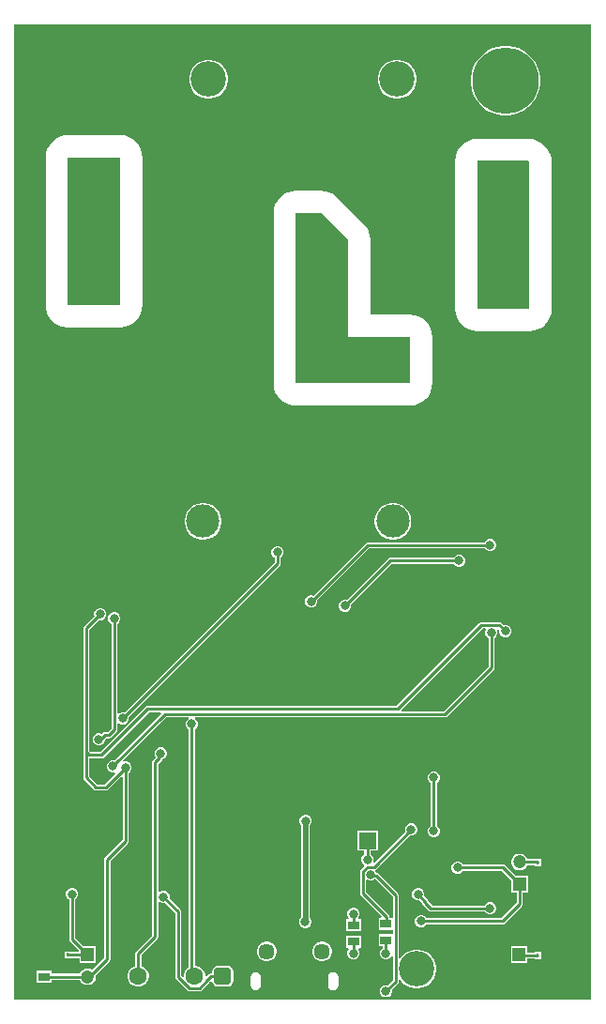
<source format=gbr>
G04*
G04 #@! TF.GenerationSoftware,Altium Limited,Altium Designer,24.6.1 (21)*
G04*
G04 Layer_Physical_Order=2*
G04 Layer_Color=16711680*
%FSLAX25Y25*%
%MOIN*%
G70*
G04*
G04 #@! TF.SameCoordinates,3E969972-8C0A-4DBC-9D31-E8772DB7AAD8*
G04*
G04*
G04 #@! TF.FilePolarity,Positive*
G04*
G01*
G75*
%ADD14C,0.01000*%
%ADD16C,0.01968*%
%ADD29R,0.06102X0.05906*%
%ADD32R,0.03937X0.03150*%
%ADD45C,0.05709*%
%ADD46R,0.04724X0.04724*%
%ADD47C,0.04724*%
%ADD48C,0.06299*%
G04:AMPARAMS|DCode=49|XSize=62.99mil|YSize=62.99mil|CornerRadius=15.75mil|HoleSize=0mil|Usage=FLASHONLY|Rotation=180.000|XOffset=0mil|YOffset=0mil|HoleType=Round|Shape=RoundedRectangle|*
%AMROUNDEDRECTD49*
21,1,0.06299,0.03150,0,0,180.0*
21,1,0.03150,0.06299,0,0,180.0*
1,1,0.03150,-0.01575,0.01575*
1,1,0.03150,0.01575,0.01575*
1,1,0.03150,0.01575,-0.01575*
1,1,0.03150,-0.01575,-0.01575*
%
%ADD49ROUNDEDRECTD49*%
%ADD50C,0.12598*%
%ADD51C,0.23622*%
%ADD52R,0.06102X0.06102*%
%ADD53C,0.06102*%
%ADD54C,0.11811*%
%ADD55C,0.03150*%
%ADD58R,0.00984X0.01417*%
%ADD59R,0.12795X0.04134*%
G36*
X457000Y188000D02*
X252000D01*
Y534500D01*
X457000D01*
Y188000D01*
D02*
G37*
%LPC*%
G36*
X388679Y521736D02*
X387321D01*
X385990Y521472D01*
X384736Y520952D01*
X383608Y520198D01*
X382648Y519238D01*
X381894Y518110D01*
X381375Y516856D01*
X381110Y515525D01*
Y514168D01*
X381375Y512837D01*
X381894Y511583D01*
X382648Y510455D01*
X383608Y509495D01*
X384736Y508741D01*
X385990Y508221D01*
X387321Y507957D01*
X388679D01*
X390010Y508221D01*
X391264Y508741D01*
X392392Y509495D01*
X393352Y510455D01*
X394106Y511583D01*
X394625Y512837D01*
X394890Y514168D01*
Y515525D01*
X394625Y516856D01*
X394106Y518110D01*
X393352Y519238D01*
X392392Y520198D01*
X391264Y520952D01*
X390010Y521472D01*
X388679Y521736D01*
D02*
G37*
G36*
X321679D02*
X320321D01*
X318990Y521472D01*
X317737Y520952D01*
X316608Y520198D01*
X315648Y519238D01*
X314894Y518110D01*
X314375Y516856D01*
X314110Y515525D01*
Y514168D01*
X314375Y512837D01*
X314894Y511583D01*
X315648Y510455D01*
X316608Y509495D01*
X317737Y508741D01*
X318990Y508221D01*
X320321Y507957D01*
X321679D01*
X323010Y508221D01*
X324264Y508741D01*
X325392Y509495D01*
X326352Y510455D01*
X327106Y511583D01*
X327625Y512837D01*
X327890Y514168D01*
Y515525D01*
X327625Y516856D01*
X327106Y518110D01*
X326352Y519238D01*
X325392Y520198D01*
X324264Y520952D01*
X323010Y521472D01*
X321679Y521736D01*
D02*
G37*
G36*
X427476Y526748D02*
X425524D01*
X423596Y526443D01*
X421739Y525840D01*
X420000Y524953D01*
X418421Y523806D01*
X417041Y522426D01*
X415893Y520846D01*
X415007Y519107D01*
X414404Y517250D01*
X414098Y515322D01*
Y513370D01*
X414404Y511442D01*
X415007Y509586D01*
X415893Y507847D01*
X417041Y506267D01*
X418421Y504887D01*
X420000Y503740D01*
X421739Y502853D01*
X423596Y502250D01*
X425524Y501945D01*
X427476D01*
X429404Y502250D01*
X431260Y502853D01*
X433000Y503740D01*
X434579Y504887D01*
X435959Y506267D01*
X437107Y507847D01*
X437993Y509586D01*
X438596Y511442D01*
X438902Y513370D01*
Y515322D01*
X438596Y517250D01*
X437993Y519107D01*
X437107Y520846D01*
X435959Y522426D01*
X434579Y523806D01*
X433000Y524953D01*
X431260Y525840D01*
X429404Y526443D01*
X427476Y526748D01*
D02*
G37*
G36*
X289500Y495009D02*
X271000D01*
X269456Y494857D01*
X267972Y494406D01*
X266604Y493675D01*
X265405Y492691D01*
X264421Y491492D01*
X263690Y490124D01*
X263240Y488640D01*
X263088Y487097D01*
Y435058D01*
X263088Y435058D01*
X263088Y435058D01*
X263088Y434653D01*
X263118Y434349D01*
X263111Y434043D01*
X263194Y433579D01*
X263240Y433110D01*
X263329Y432817D01*
X263382Y432516D01*
X263553Y432077D01*
X263690Y431626D01*
X263835Y431356D01*
X263946Y431071D01*
X264199Y430673D01*
X264421Y430258D01*
X264616Y430021D01*
X264780Y429763D01*
X265106Y429423D01*
X265405Y429059D01*
X265642Y428864D01*
X265854Y428644D01*
X266240Y428374D01*
X266604Y428075D01*
X266874Y427930D01*
X267125Y427755D01*
X267557Y427566D01*
X267972Y427344D01*
X268265Y427255D01*
X268545Y427132D01*
X269005Y427030D01*
X269457Y426893D01*
X269761Y426863D01*
X270060Y426797D01*
X270536Y426740D01*
X271007Y426730D01*
X271476Y426684D01*
X289500D01*
X291044Y426836D01*
X292528Y427287D01*
X293896Y428018D01*
X295095Y429002D01*
X296079Y430201D01*
X296810Y431569D01*
X297260Y433053D01*
X297412Y434596D01*
Y487097D01*
X297260Y488640D01*
X296810Y490124D01*
X296079Y491492D01*
X295095Y492691D01*
X293896Y493675D01*
X292528Y494406D01*
X291044Y494857D01*
X289500Y495009D01*
D02*
G37*
G36*
X434524Y493759D02*
X416500Y493759D01*
X414956Y493607D01*
X413472Y493156D01*
X412104Y492425D01*
X410905Y491441D01*
X409921Y490242D01*
X409190Y488874D01*
X408740Y487390D01*
X408588Y485847D01*
X408588Y433347D01*
X408740Y431803D01*
X409190Y430319D01*
X409921Y428951D01*
X410905Y427752D01*
X412104Y426768D01*
X413472Y426037D01*
X414956Y425586D01*
X416500Y425434D01*
X435000D01*
X436544Y425586D01*
X438028Y426037D01*
X439396Y426768D01*
X440595Y427752D01*
X441579Y428951D01*
X442310Y430319D01*
X442760Y431803D01*
X442912Y433347D01*
Y485347D01*
X442845Y486024D01*
X442795Y486702D01*
X442769Y486795D01*
X442760Y486890D01*
X442563Y487541D01*
X442381Y488197D01*
X442338Y488282D01*
X442310Y488374D01*
X441989Y488974D01*
X441683Y489582D01*
X441624Y489657D01*
X441579Y489742D01*
X441147Y490268D01*
X440728Y490804D01*
X440252Y491304D01*
X440179Y491367D01*
X440118Y491441D01*
X439593Y491873D01*
X439077Y492317D01*
X438994Y492364D01*
X438919Y492425D01*
X438319Y492746D01*
X437727Y493081D01*
X437636Y493111D01*
X437551Y493156D01*
X436900Y493354D01*
X436254Y493567D01*
X436159Y493579D01*
X436067Y493607D01*
X435390Y493673D01*
X434715Y493756D01*
X434619Y493749D01*
X434524Y493759D01*
D02*
G37*
G36*
X361000Y475259D02*
X352000D01*
X350456Y475106D01*
X348972Y474656D01*
X347604Y473925D01*
X346405Y472941D01*
X345421Y471742D01*
X344690Y470374D01*
X344240Y468890D01*
X344088Y467346D01*
Y406847D01*
X344240Y405303D01*
X344690Y403819D01*
X345421Y402451D01*
X346405Y401252D01*
X347604Y400268D01*
X348972Y399537D01*
X350456Y399086D01*
X352000Y398934D01*
X392500D01*
X394044Y399086D01*
X395528Y399537D01*
X396896Y400268D01*
X398095Y401252D01*
X399079Y402451D01*
X399810Y403819D01*
X400260Y405303D01*
X400412Y406847D01*
Y423347D01*
X400260Y424890D01*
X399810Y426374D01*
X399079Y427742D01*
X398095Y428941D01*
X396896Y429925D01*
X395528Y430656D01*
X394044Y431107D01*
X392500Y431259D01*
X378412D01*
Y457846D01*
X378260Y459390D01*
X377810Y460874D01*
X377079Y462242D01*
X376095Y463441D01*
X366595Y472941D01*
X365396Y473925D01*
X364028Y474656D01*
X362544Y475106D01*
X361000Y475259D01*
D02*
G37*
G36*
X387140Y364342D02*
X385860D01*
X384605Y364093D01*
X383423Y363603D01*
X382359Y362892D01*
X381454Y361987D01*
X380743Y360924D01*
X380254Y359741D01*
X380004Y358486D01*
Y357207D01*
X380254Y355952D01*
X380743Y354769D01*
X381454Y353706D01*
X382359Y352801D01*
X383423Y352090D01*
X384605Y351600D01*
X385860Y351350D01*
X387140D01*
X388395Y351600D01*
X389577Y352090D01*
X390641Y352801D01*
X391546Y353706D01*
X392257Y354769D01*
X392746Y355952D01*
X392996Y357207D01*
Y358486D01*
X392746Y359741D01*
X392257Y360924D01*
X391546Y361987D01*
X390641Y362892D01*
X389577Y363603D01*
X388395Y364093D01*
X387140Y364342D01*
D02*
G37*
G36*
X319640D02*
X318360D01*
X317105Y364093D01*
X315923Y363603D01*
X314859Y362892D01*
X313954Y361987D01*
X313243Y360924D01*
X312754Y359741D01*
X312504Y358486D01*
Y357207D01*
X312754Y355952D01*
X313243Y354769D01*
X313954Y353706D01*
X314859Y352801D01*
X315923Y352090D01*
X317105Y351600D01*
X318360Y351350D01*
X319640D01*
X320895Y351600D01*
X322077Y352090D01*
X323141Y352801D01*
X324046Y353706D01*
X324757Y354769D01*
X325246Y355952D01*
X325496Y357207D01*
Y358486D01*
X325246Y359741D01*
X324757Y360924D01*
X324046Y361987D01*
X323141Y362892D01*
X322077Y363603D01*
X320895Y364093D01*
X319640Y364342D01*
D02*
G37*
G36*
X421431Y351512D02*
X420569D01*
X419773Y351182D01*
X419164Y350573D01*
X419117Y350458D01*
X377500D01*
X377075Y350374D01*
X376714Y350133D01*
X358045Y331464D01*
X357931Y331512D01*
X357069D01*
X356273Y331182D01*
X355664Y330573D01*
X355335Y329777D01*
Y328916D01*
X355664Y328120D01*
X356273Y327511D01*
X357069Y327181D01*
X357931D01*
X358727Y327511D01*
X359336Y328120D01*
X359665Y328916D01*
Y329777D01*
X359618Y329892D01*
X377961Y348235D01*
X419117D01*
X419164Y348120D01*
X419773Y347511D01*
X420569Y347181D01*
X421431D01*
X422227Y347511D01*
X422836Y348120D01*
X423165Y348916D01*
Y349777D01*
X422836Y350573D01*
X422227Y351182D01*
X421431Y351512D01*
D02*
G37*
G36*
X410431Y346012D02*
X409569D01*
X408773Y345682D01*
X408164Y345073D01*
X408117Y344958D01*
X385500D01*
X385500Y344958D01*
X385074Y344874D01*
X384714Y344633D01*
X384714Y344633D01*
X370045Y329964D01*
X369931Y330012D01*
X369069D01*
X368273Y329682D01*
X367664Y329073D01*
X367335Y328277D01*
Y327416D01*
X367664Y326620D01*
X368273Y326011D01*
X369069Y325681D01*
X369931D01*
X370727Y326011D01*
X371336Y326620D01*
X371665Y327416D01*
Y328277D01*
X371618Y328392D01*
X385961Y342735D01*
X408117D01*
X408164Y342620D01*
X408773Y342011D01*
X409569Y341681D01*
X410431D01*
X411227Y342011D01*
X411836Y342620D01*
X412165Y343416D01*
Y344277D01*
X411836Y345073D01*
X411227Y345682D01*
X410431Y346012D01*
D02*
G37*
G36*
X282931Y327012D02*
X282069D01*
X281273Y326682D01*
X280664Y326073D01*
X280335Y325277D01*
Y324416D01*
X280382Y324301D01*
X276714Y320633D01*
X276473Y320272D01*
X276388Y319847D01*
X276388Y319846D01*
Y275847D01*
X276388Y275847D01*
X276388Y275846D01*
Y266846D01*
X276388Y266846D01*
X276473Y266421D01*
X276714Y266060D01*
X280214Y262560D01*
X280214Y262560D01*
X280574Y262319D01*
X281000Y262234D01*
X281000Y262234D01*
X284500D01*
X284500Y262234D01*
X284926Y262319D01*
X285286Y262560D01*
X289926Y267200D01*
X290388Y267009D01*
Y244724D01*
X284214Y238550D01*
X283973Y238189D01*
X283888Y237764D01*
X283888Y237764D01*
Y202961D01*
X279561Y198634D01*
X279140Y198878D01*
X278389Y199079D01*
X277611D01*
X276860Y198878D01*
X276187Y198489D01*
X275637Y197939D01*
X275249Y197266D01*
X275241Y197238D01*
X265059D01*
Y198213D01*
X259941D01*
Y193882D01*
X265059D01*
Y195014D01*
X275241D01*
X275249Y194986D01*
X275637Y194313D01*
X276187Y193763D01*
X276860Y193375D01*
X277611Y193173D01*
X278389D01*
X279140Y193375D01*
X279813Y193763D01*
X280363Y194313D01*
X280751Y194986D01*
X280953Y195737D01*
Y196515D01*
X280875Y196803D01*
X285786Y201714D01*
X285786Y201714D01*
X286027Y202075D01*
X286112Y202500D01*
X286112Y202500D01*
Y237303D01*
X292286Y243478D01*
X292286Y243478D01*
X292527Y243838D01*
X292612Y244264D01*
X292612Y244264D01*
Y268463D01*
X292727Y268511D01*
X293336Y269120D01*
X293665Y269916D01*
Y270777D01*
X293336Y271573D01*
X292727Y272182D01*
X291931Y272512D01*
X291069D01*
X290857Y272424D01*
X290574Y272848D01*
X305961Y288234D01*
X313801D01*
X313900Y287735D01*
X313773Y287682D01*
X313164Y287073D01*
X312835Y286277D01*
Y285416D01*
X313164Y284620D01*
X313773Y284011D01*
X313888Y283963D01*
Y199446D01*
X313703Y199339D01*
X313007Y198643D01*
X312515Y197790D01*
X312260Y196839D01*
Y196370D01*
X311760Y196163D01*
X311352Y196570D01*
Y219260D01*
X311352Y219260D01*
X311267Y219685D01*
X311026Y220046D01*
X311026Y220046D01*
X307118Y223955D01*
X307165Y224069D01*
Y224931D01*
X306836Y225727D01*
X306227Y226336D01*
X305431Y226665D01*
X304569D01*
X303773Y226336D01*
X303612Y226174D01*
X303112Y226381D01*
Y271816D01*
X304375Y273079D01*
X304448Y273188D01*
X305227Y273511D01*
X305836Y274120D01*
X306165Y274916D01*
Y275777D01*
X305836Y276573D01*
X305227Y277182D01*
X304431Y277512D01*
X303569D01*
X302773Y277182D01*
X302164Y276573D01*
X301835Y275777D01*
Y274916D01*
X302164Y274120D01*
X302218Y274067D01*
X301214Y273063D01*
X300973Y272702D01*
X300888Y272276D01*
X300888Y272276D01*
Y210807D01*
X295214Y205133D01*
X294973Y204772D01*
X294888Y204346D01*
X294888Y204346D01*
Y199921D01*
X294556Y199832D01*
X293704Y199339D01*
X293007Y198643D01*
X292515Y197790D01*
X292260Y196839D01*
Y195854D01*
X292515Y194903D01*
X293007Y194050D01*
X293704Y193354D01*
X294556Y192861D01*
X295508Y192606D01*
X296492D01*
X297444Y192861D01*
X298296Y193354D01*
X298993Y194050D01*
X299485Y194903D01*
X299740Y195854D01*
Y196839D01*
X299485Y197790D01*
X298993Y198643D01*
X298296Y199339D01*
X297444Y199832D01*
X297112Y199921D01*
Y203886D01*
X302786Y209560D01*
X302786Y209560D01*
X303027Y209921D01*
X303112Y210347D01*
X303112Y210347D01*
Y222619D01*
X303612Y222826D01*
X303773Y222664D01*
X304569Y222335D01*
X305431D01*
X305545Y222382D01*
X309128Y218799D01*
Y196110D01*
X309128Y196110D01*
X309213Y195684D01*
X309454Y195324D01*
X313457Y191320D01*
X313818Y191079D01*
X314244Y190994D01*
X314244Y190994D01*
X317756D01*
X317756Y190994D01*
X318182Y191079D01*
X318543Y191320D01*
X321026Y193804D01*
X321026Y193804D01*
X321267Y194165D01*
X321275Y194202D01*
X321730Y194658D01*
X322273Y194493D01*
X322386Y193927D01*
X322864Y193210D01*
X323580Y192732D01*
X324425Y192564D01*
X327575D01*
X328420Y192732D01*
X329136Y193210D01*
X329614Y193927D01*
X329783Y194772D01*
Y197921D01*
X329614Y198766D01*
X329136Y199482D01*
X328420Y199961D01*
X327575Y200129D01*
X324425D01*
X323580Y199961D01*
X322864Y199482D01*
X322386Y198766D01*
X322217Y197921D01*
Y197766D01*
X321847Y197458D01*
X321421Y197374D01*
X321060Y197133D01*
X320240Y196313D01*
X319740Y196520D01*
Y196839D01*
X319485Y197790D01*
X318993Y198643D01*
X318297Y199339D01*
X317444Y199832D01*
X316492Y200087D01*
X316112D01*
Y283963D01*
X316227Y284011D01*
X316836Y284620D01*
X317165Y285416D01*
Y286277D01*
X316836Y287073D01*
X316227Y287682D01*
X316100Y287735D01*
X316199Y288234D01*
X405000D01*
X405000Y288234D01*
X405426Y288319D01*
X405786Y288560D01*
X422286Y305060D01*
X422286Y305060D01*
X422527Y305421D01*
X422612Y305847D01*
Y316463D01*
X422727Y316511D01*
X423336Y317120D01*
X423665Y317916D01*
Y318777D01*
X423540Y319080D01*
X423841Y319619D01*
X423984Y319640D01*
X424227Y319389D01*
X424335Y319259D01*
Y318416D01*
X424664Y317620D01*
X425273Y317011D01*
X426069Y316681D01*
X426931D01*
X427727Y317011D01*
X428336Y317620D01*
X428665Y318416D01*
Y319277D01*
X428336Y320073D01*
X427727Y320682D01*
X426931Y321012D01*
X426069D01*
X425942Y320959D01*
X425103Y321798D01*
X424743Y322039D01*
X424317Y322124D01*
X424317Y322124D01*
X417935D01*
X417935Y322124D01*
X417509Y322039D01*
X417148Y321798D01*
X387643Y292293D01*
X299335D01*
X299335Y292293D01*
X298909Y292208D01*
X298548Y291967D01*
X282539Y275958D01*
X278961D01*
X278612Y276307D01*
Y319386D01*
X281955Y322729D01*
X282069Y322681D01*
X282931D01*
X283727Y323011D01*
X284336Y323620D01*
X284665Y324416D01*
Y325277D01*
X284336Y326073D01*
X283727Y326682D01*
X282931Y327012D01*
D02*
G37*
G36*
X345931Y349012D02*
X345069D01*
X344273Y348682D01*
X343664Y348073D01*
X343335Y347277D01*
Y346416D01*
X343664Y345620D01*
X344273Y345011D01*
X344388Y344963D01*
Y343307D01*
X291045Y289964D01*
X290931Y290012D01*
X290069D01*
X289273Y289682D01*
X289112Y289521D01*
X288612Y289728D01*
Y321463D01*
X288727Y321511D01*
X289336Y322120D01*
X289665Y322916D01*
Y323777D01*
X289336Y324573D01*
X288727Y325182D01*
X287931Y325512D01*
X287069D01*
X286273Y325182D01*
X285664Y324573D01*
X285335Y323777D01*
Y322916D01*
X285664Y322120D01*
X286273Y321511D01*
X286388Y321463D01*
Y284307D01*
X285067Y282986D01*
X284109D01*
X284109Y282986D01*
X283684Y282902D01*
X283323Y282661D01*
X283323Y282661D01*
X282957Y282294D01*
X282431Y282512D01*
X281569D01*
X280773Y282182D01*
X280164Y281573D01*
X279835Y280777D01*
Y279916D01*
X280164Y279120D01*
X280773Y278511D01*
X281569Y278181D01*
X282431D01*
X283227Y278511D01*
X283836Y279120D01*
X284165Y279916D01*
Y280358D01*
X284570Y280762D01*
X285528D01*
X285528Y280762D01*
X285953Y280847D01*
X286314Y281088D01*
X288286Y283060D01*
X288527Y283421D01*
X288612Y283846D01*
X288612Y283846D01*
Y285965D01*
X289112Y286172D01*
X289273Y286011D01*
X290069Y285681D01*
X290931D01*
X291727Y286011D01*
X292336Y286620D01*
X292665Y287416D01*
Y288277D01*
X292618Y288392D01*
X346286Y342060D01*
X346286Y342060D01*
X346527Y342421D01*
X346612Y342846D01*
X346612Y342846D01*
Y344963D01*
X346727Y345011D01*
X347336Y345620D01*
X347665Y346416D01*
Y347277D01*
X347336Y348073D01*
X346727Y348682D01*
X345931Y349012D01*
D02*
G37*
G36*
X401431Y269012D02*
X400569D01*
X399773Y268682D01*
X399164Y268073D01*
X398835Y267277D01*
Y266416D01*
X399164Y265620D01*
X399773Y265011D01*
X399888Y264963D01*
Y249730D01*
X399773Y249682D01*
X399164Y249073D01*
X398835Y248277D01*
Y247416D01*
X399164Y246620D01*
X399773Y246011D01*
X400569Y245681D01*
X401431D01*
X402227Y246011D01*
X402836Y246620D01*
X403165Y247416D01*
Y248277D01*
X402836Y249073D01*
X402227Y249682D01*
X402112Y249730D01*
Y264963D01*
X402227Y265011D01*
X402836Y265620D01*
X403165Y266416D01*
Y267277D01*
X402836Y268073D01*
X402227Y268682D01*
X401431Y269012D01*
D02*
G37*
G36*
X393431Y250512D02*
X392569D01*
X391773Y250182D01*
X391164Y249573D01*
X390835Y248777D01*
Y247916D01*
X390882Y247801D01*
X379835Y236754D01*
X379411Y237037D01*
X379561Y237400D01*
Y238261D01*
X379232Y239057D01*
X378623Y239666D01*
X378508Y239714D01*
Y240913D01*
X381142D01*
Y248000D01*
X373858D01*
Y240913D01*
X376284D01*
Y239714D01*
X376169Y239666D01*
X375560Y239057D01*
X375231Y238261D01*
Y237400D01*
X375560Y236604D01*
X376058Y236107D01*
X376158Y235500D01*
X375048Y234390D01*
X374807Y234030D01*
X374723Y233604D01*
X374723Y233604D01*
Y225783D01*
X374723Y225783D01*
X374807Y225358D01*
X375048Y224997D01*
X382466Y217580D01*
X382274Y217118D01*
X381441D01*
Y212787D01*
X386388D01*
Y211213D01*
X381441D01*
Y206882D01*
X382788D01*
Y206342D01*
X382773Y206336D01*
X382164Y205727D01*
X381835Y204931D01*
Y204069D01*
X382164Y203273D01*
X382773Y202664D01*
X383569Y202335D01*
X384431D01*
X385227Y202664D01*
X385836Y203273D01*
X385888Y203400D01*
X386388Y203300D01*
Y194961D01*
X384545Y193118D01*
X384431Y193165D01*
X383569D01*
X382773Y192836D01*
X382164Y192227D01*
X381835Y191431D01*
Y190569D01*
X382164Y189773D01*
X382773Y189164D01*
X383569Y188835D01*
X384431D01*
X385227Y189164D01*
X385836Y189773D01*
X386165Y190569D01*
Y191431D01*
X386118Y191545D01*
X388286Y193714D01*
X388286Y193714D01*
X388527Y194074D01*
X388612Y194500D01*
X388612Y194500D01*
Y195106D01*
X389112Y195257D01*
X389648Y194455D01*
X390608Y193495D01*
X391737Y192741D01*
X392990Y192221D01*
X394321Y191957D01*
X395679D01*
X397010Y192221D01*
X398264Y192741D01*
X399392Y193495D01*
X400352Y194455D01*
X401106Y195583D01*
X401625Y196837D01*
X401890Y198168D01*
Y199525D01*
X401625Y200856D01*
X401106Y202110D01*
X400352Y203238D01*
X399392Y204198D01*
X398264Y204952D01*
X397010Y205471D01*
X395679Y205736D01*
X394321D01*
X392990Y205471D01*
X391737Y204952D01*
X390608Y204198D01*
X389648Y203238D01*
X389112Y202436D01*
X388612Y202587D01*
Y225000D01*
X388612Y225000D01*
X388527Y225426D01*
X388286Y225786D01*
X388286Y225786D01*
X381198Y232875D01*
X380837Y233116D01*
X380566Y233170D01*
X380363Y233662D01*
X380341Y233748D01*
X380476Y234293D01*
X380605Y234379D01*
X392455Y246229D01*
X392569Y246181D01*
X393431D01*
X394227Y246511D01*
X394836Y247120D01*
X395165Y247916D01*
Y248777D01*
X394836Y249573D01*
X394227Y250182D01*
X393431Y250512D01*
D02*
G37*
G36*
X431889Y239799D02*
X431111D01*
X430360Y239598D01*
X429687Y239209D01*
X429137Y238660D01*
X428749Y237986D01*
X428547Y237235D01*
Y236458D01*
X428749Y235707D01*
X429137Y235033D01*
X429687Y234484D01*
X430360Y234095D01*
X431111Y233894D01*
X431889D01*
X432640Y234095D01*
X433313Y234484D01*
X433863Y235033D01*
X434251Y235707D01*
X434259Y235735D01*
X436917D01*
Y235394D01*
X439083D01*
Y236546D01*
X439112Y236693D01*
Y236839D01*
X439112Y236839D01*
X439083Y236986D01*
Y237992D01*
X436917D01*
Y237958D01*
X434259D01*
X434251Y237986D01*
X433863Y238660D01*
X433313Y239209D01*
X432640Y239598D01*
X431889Y239799D01*
D02*
G37*
G36*
X395931Y227512D02*
X395069D01*
X394273Y227182D01*
X393664Y226573D01*
X393335Y225777D01*
Y224916D01*
X393664Y224120D01*
X394273Y223511D01*
X395069Y223181D01*
X395931D01*
X395943Y223186D01*
X396870Y222260D01*
X396928Y221965D01*
X397169Y221605D01*
X399214Y219560D01*
X399214Y219560D01*
X399574Y219319D01*
X400000Y219234D01*
X400000Y219234D01*
X419117D01*
X419164Y219120D01*
X419773Y218511D01*
X420569Y218181D01*
X421431D01*
X422227Y218511D01*
X422836Y219120D01*
X423165Y219916D01*
Y220777D01*
X422836Y221573D01*
X422227Y222182D01*
X421431Y222512D01*
X420569D01*
X419773Y222182D01*
X419164Y221573D01*
X419117Y221458D01*
X400461D01*
X399042Y222877D01*
X398983Y223172D01*
X398742Y223533D01*
X398742Y223533D01*
X397576Y224699D01*
X397665Y224916D01*
Y225777D01*
X397336Y226573D01*
X396727Y227182D01*
X395931Y227512D01*
D02*
G37*
G36*
X409931Y237012D02*
X409069D01*
X408273Y236682D01*
X407664Y236073D01*
X407335Y235277D01*
Y234416D01*
X407664Y233620D01*
X408273Y233011D01*
X409069Y232681D01*
X409931D01*
X410727Y233011D01*
X411336Y233620D01*
X411383Y233734D01*
X425165D01*
X428547Y230353D01*
Y226020D01*
X430388D01*
Y224564D01*
X430388Y224564D01*
X430473Y224139D01*
X430474Y224137D01*
Y222393D01*
X425039Y216958D01*
X398383D01*
X398336Y217073D01*
X397727Y217682D01*
X396931Y218012D01*
X396069D01*
X395273Y217682D01*
X394664Y217073D01*
X394335Y216277D01*
Y215416D01*
X394664Y214620D01*
X395273Y214011D01*
X396069Y213681D01*
X396931D01*
X397727Y214011D01*
X398336Y214620D01*
X398383Y214735D01*
X425500D01*
X425500Y214735D01*
X425925Y214819D01*
X426286Y215060D01*
X432372Y221146D01*
X432372Y221146D01*
X432613Y221507D01*
X432698Y221932D01*
X432698Y221932D01*
Y224478D01*
X432698Y224478D01*
X432613Y224904D01*
X432612Y224906D01*
Y226020D01*
X434453D01*
Y231925D01*
X430120D01*
X426412Y235633D01*
X426052Y235874D01*
X425626Y235958D01*
X425626Y235958D01*
X411383D01*
X411336Y236073D01*
X410727Y236682D01*
X409931Y237012D01*
D02*
G37*
G36*
X355931Y253665D02*
X355069D01*
X354273Y253336D01*
X353664Y252727D01*
X353335Y251931D01*
Y251069D01*
X353664Y250273D01*
X353812Y250125D01*
Y217202D01*
X353501Y216890D01*
X353171Y216094D01*
Y215233D01*
X353501Y214437D01*
X354110Y213828D01*
X354906Y213498D01*
X355767D01*
X356563Y213828D01*
X357172Y214437D01*
X357502Y215233D01*
Y216094D01*
X357172Y216890D01*
X357024Y217038D01*
Y249961D01*
X357336Y250273D01*
X357665Y251069D01*
Y251931D01*
X357336Y252727D01*
X356727Y253336D01*
X355931Y253665D01*
D02*
G37*
G36*
X372931Y220665D02*
X372069D01*
X371273Y220336D01*
X370664Y219727D01*
X370335Y218931D01*
Y218069D01*
X370664Y217273D01*
X370820Y217118D01*
X370613Y216618D01*
X369941D01*
Y212287D01*
X375059D01*
Y216618D01*
X374388D01*
X374180Y217118D01*
X374336Y217273D01*
X374665Y218069D01*
Y218931D01*
X374336Y219727D01*
X373727Y220336D01*
X372931Y220665D01*
D02*
G37*
G36*
X272931Y227665D02*
X272069D01*
X271273Y227336D01*
X270664Y226727D01*
X270335Y225931D01*
Y225069D01*
X270664Y224273D01*
X271273Y223664D01*
X271388Y223617D01*
Y209500D01*
X271388Y209500D01*
X271473Y209074D01*
X271714Y208714D01*
X274969Y205458D01*
X274859Y204958D01*
X272083D01*
Y205146D01*
X269917D01*
Y203994D01*
X269888Y203847D01*
X269917Y203699D01*
Y202547D01*
X272083D01*
Y202734D01*
X275047D01*
Y201047D01*
X280953D01*
Y206953D01*
X276620D01*
X273612Y209961D01*
Y223617D01*
X273727Y223664D01*
X274336Y224273D01*
X274665Y225069D01*
Y225931D01*
X274336Y226727D01*
X273727Y227336D01*
X272931Y227665D01*
D02*
G37*
G36*
X434307Y206862D02*
X428402D01*
Y200957D01*
X434307D01*
Y202581D01*
X436917D01*
Y202394D01*
X439083D01*
Y203546D01*
X439112Y203693D01*
X439083Y203840D01*
Y204992D01*
X436917D01*
Y204805D01*
X434307D01*
Y206862D01*
D02*
G37*
G36*
X375059Y210713D02*
X369941D01*
Y206382D01*
X370613D01*
X370820Y205882D01*
X370664Y205727D01*
X370335Y204931D01*
Y204069D01*
X370664Y203273D01*
X371273Y202664D01*
X372069Y202335D01*
X372931D01*
X373727Y202664D01*
X374336Y203273D01*
X374665Y204069D01*
Y204931D01*
X374336Y205727D01*
X374180Y205882D01*
X374388Y206382D01*
X375059D01*
Y210713D01*
D02*
G37*
G36*
X342111Y208606D02*
X341204D01*
X340328Y208371D01*
X339542Y207918D01*
X338901Y207277D01*
X338447Y206491D01*
X338213Y205615D01*
Y204708D01*
X338447Y203832D01*
X338901Y203046D01*
X339542Y202405D01*
X340328Y201951D01*
X341204Y201716D01*
X342111D01*
X342987Y201951D01*
X343773Y202405D01*
X344414Y203046D01*
X344868Y203832D01*
X345102Y204708D01*
Y205615D01*
X344868Y206491D01*
X344414Y207277D01*
X343773Y207918D01*
X342987Y208371D01*
X342111Y208606D01*
D02*
G37*
G36*
X361796Y208606D02*
X360889D01*
X360013Y208371D01*
X359227Y207918D01*
X358586Y207277D01*
X358132Y206491D01*
X357898Y205615D01*
Y204708D01*
X358132Y203832D01*
X358586Y203046D01*
X359227Y202405D01*
X360013Y201951D01*
X360889Y201716D01*
X361796D01*
X362672Y201951D01*
X363458Y202405D01*
X364099Y203046D01*
X364553Y203832D01*
X364787Y204708D01*
Y205615D01*
X364553Y206491D01*
X364099Y207277D01*
X363458Y207918D01*
X362672Y208371D01*
X361796Y208606D01*
D02*
G37*
G36*
X365280Y197716D02*
X364588Y197578D01*
X364002Y197187D01*
X363611Y196601D01*
X363473Y195909D01*
Y193154D01*
X363611Y192462D01*
X364002Y191876D01*
X364588Y191485D01*
X365280Y191347D01*
X365971Y191485D01*
X366557Y191876D01*
X366948Y192462D01*
X367086Y193154D01*
Y195909D01*
X366948Y196601D01*
X366557Y197187D01*
X365971Y197578D01*
X365280Y197716D01*
D02*
G37*
G36*
X337720D02*
X337029Y197578D01*
X336443Y197187D01*
X336052Y196601D01*
X335914Y195909D01*
Y193154D01*
X336052Y192462D01*
X336443Y191876D01*
X337029Y191485D01*
X337720Y191347D01*
X338412Y191485D01*
X338998Y191876D01*
X339389Y192462D01*
X339527Y193154D01*
Y195909D01*
X339389Y196601D01*
X338998Y197187D01*
X338412Y197578D01*
X337720Y197716D01*
D02*
G37*
%LPD*%
G36*
X289500Y434596D02*
X271476D01*
X271000Y434654D01*
X271000Y435058D01*
Y487097D01*
X289500D01*
Y434596D01*
D02*
G37*
G36*
X435000Y485347D02*
Y433347D01*
X416500D01*
X416500Y485847D01*
X434524Y485847D01*
X435000Y485347D01*
D02*
G37*
G36*
X370500Y457846D02*
Y423347D01*
X392500D01*
Y406847D01*
X352000D01*
Y467346D01*
X361000D01*
X370500Y457846D01*
D02*
G37*
G36*
X419593Y319400D02*
X419335Y318777D01*
Y317916D01*
X419664Y317120D01*
X420273Y316511D01*
X420388Y316463D01*
Y306307D01*
X404539Y290458D01*
X389607D01*
X389416Y290920D01*
X418395Y319900D01*
X419338D01*
X419593Y319400D01*
D02*
G37*
G36*
X304188Y289607D02*
X287545Y272964D01*
X287431Y273012D01*
X286569D01*
X285773Y272682D01*
X285164Y272073D01*
X284835Y271277D01*
Y270416D01*
X285164Y269620D01*
X285773Y269011D01*
X286569Y268681D01*
X287431D01*
X287643Y268769D01*
X287926Y268345D01*
X284039Y264458D01*
X281461D01*
X278612Y267307D01*
Y273734D01*
X283000D01*
X283000Y273734D01*
X283425Y273819D01*
X283786Y274060D01*
X299795Y290069D01*
X303997D01*
X304188Y289607D01*
D02*
G37*
G36*
X386388Y224539D02*
Y217118D01*
X385288D01*
Y217442D01*
X385204Y217867D01*
X384963Y218228D01*
X376947Y226244D01*
Y230338D01*
X377447Y230593D01*
X378069Y230335D01*
X378931D01*
X379727Y230664D01*
X379995Y230933D01*
X386388Y224539D01*
D02*
G37*
D14*
X375835Y225783D02*
X384176Y217442D01*
Y215574D02*
X384500Y215251D01*
X384176Y215574D02*
Y217442D01*
X375835Y225783D02*
Y233604D01*
X378500Y232500D02*
X378911Y232089D01*
X380411D02*
X387500Y225000D01*
Y194500D02*
Y225000D01*
X378911Y232089D02*
X380411D01*
X384000Y191000D02*
X387500Y194500D01*
X372500Y215084D02*
X372894Y214690D01*
X372500Y215084D02*
Y218500D01*
Y208391D02*
X372894Y208785D01*
X372500Y204500D02*
Y208391D01*
X271000Y203847D02*
X277847D01*
X278000Y204000D01*
X305000Y224500D02*
X310240Y219260D01*
X302000Y210347D02*
Y272276D01*
X296000Y204346D02*
X302000Y210347D01*
Y272276D02*
X303589Y273865D01*
Y274935D01*
X304000Y275346D01*
X310240Y196110D02*
Y219260D01*
Y196110D02*
X314244Y192106D01*
X317756D01*
X320240Y194590D01*
Y194740D01*
X321847Y196346D01*
X326000D01*
X377396Y235165D02*
X379819D01*
X375835Y233604D02*
X377396Y235165D01*
Y244353D02*
X377500Y244457D01*
X377396Y237831D02*
Y244353D01*
X379819Y235165D02*
X393000Y248346D01*
X383900Y208947D02*
X384000Y209047D01*
X383900Y204654D02*
Y208947D01*
X278000Y196126D02*
X278626D01*
X285000Y202500D01*
Y237764D01*
X262579Y196126D02*
X278000D01*
X262500Y196047D02*
X262579Y196126D01*
X272500Y209500D02*
Y225500D01*
Y209500D02*
X278000Y204000D01*
X437992Y236846D02*
X438000Y236839D01*
Y236693D02*
Y236839D01*
X431500Y236846D02*
X437992D01*
X315000Y197346D02*
X316000Y196346D01*
X315000Y197346D02*
Y285846D01*
X287000Y270847D02*
X305500Y289347D01*
X281000Y263347D02*
X284500D01*
X291500Y270346D01*
X431500Y224564D02*
Y228972D01*
X425626Y234846D02*
X431500Y228972D01*
Y224564D02*
X431586Y224478D01*
Y221932D02*
Y224478D01*
X425500Y215846D02*
X431586Y221932D01*
X396500Y215846D02*
X425500D01*
X397956Y222391D02*
Y222746D01*
X395500Y225202D02*
X397956Y222746D01*
X395500Y225202D02*
Y225346D01*
X397956Y222391D02*
X400000Y220346D01*
X277500Y266846D02*
Y275847D01*
Y266846D02*
X281000Y263347D01*
X277500Y275847D02*
Y319847D01*
X282500Y324847D01*
X278500Y274847D02*
X283000D01*
X277500Y275847D02*
X278500Y274847D01*
X283000D02*
X299335Y291181D01*
X388104D01*
X285528Y281874D02*
X287500Y283846D01*
X417935Y321012D02*
X424317D01*
X287500Y283846D02*
Y323346D01*
X424317Y321012D02*
X426482Y318847D01*
X388104Y291181D02*
X417935Y321012D01*
X426482Y318847D02*
X426500D01*
X284109Y281874D02*
X285528D01*
X282582Y280346D02*
X284109Y281874D01*
X282000Y280346D02*
X282582D01*
X285000Y237764D02*
X291500Y244264D01*
Y270346D01*
X400000Y220346D02*
X421000D01*
X409500Y234846D02*
X425626D01*
X369500Y327847D02*
X385500Y343847D01*
X410000D01*
X377500Y349346D02*
X421000D01*
X357500Y329346D02*
X377500Y349346D01*
X290500Y287846D02*
X345500Y342846D01*
Y346847D01*
X421500Y305847D02*
Y318347D01*
X405000Y289347D02*
X421500Y305847D01*
X305500Y289347D02*
X405000D01*
X296000Y196346D02*
Y204346D01*
X401000Y247847D02*
Y266846D01*
X431500Y236846D02*
X431673Y236673D01*
X431571Y203693D02*
X438000D01*
X431354Y203909D02*
X431571Y203693D01*
D16*
X355336Y215664D02*
X355418Y215746D01*
Y251418D02*
X355500Y251500D01*
X355418Y215746D02*
Y251418D01*
D29*
X377500Y251543D02*
D03*
Y244457D02*
D03*
D32*
X384000Y214953D02*
D03*
Y209047D02*
D03*
X372500Y214453D02*
D03*
Y208547D02*
D03*
X262500Y201953D02*
D03*
Y196047D02*
D03*
D45*
X361343Y205161D02*
D03*
X341657Y205161D02*
D03*
D46*
X278000Y204000D02*
D03*
X431354Y203909D02*
D03*
X431500Y228972D02*
D03*
D47*
X278000Y196126D02*
D03*
X431354Y211784D02*
D03*
X431500Y236846D02*
D03*
D48*
X316000Y196346D02*
D03*
X306000D02*
D03*
X296000D02*
D03*
D49*
X326000D02*
D03*
D50*
X395000Y198846D02*
D03*
X388000Y514847D02*
D03*
X321000D02*
D03*
D51*
X426500Y514347D02*
D03*
X280000D02*
D03*
D52*
X426011Y481812D02*
D03*
X280711Y481812D02*
D03*
D53*
X426011Y373544D02*
D03*
X280711Y373544D02*
D03*
D54*
X386500Y357846D02*
D03*
X319000D02*
D03*
X386500Y413846D02*
D03*
X318500D02*
D03*
D55*
X384000Y204500D02*
D03*
X372500Y218500D02*
D03*
X364782Y215151D02*
D03*
X355500Y251500D02*
D03*
X355336Y215664D02*
D03*
X356500Y211347D02*
D03*
X305000Y224500D02*
D03*
X377396Y237831D02*
D03*
X372500Y204500D02*
D03*
X378500Y232500D02*
D03*
X384000Y191000D02*
D03*
X372500D02*
D03*
X272500Y225500D02*
D03*
X288500Y214000D02*
D03*
X307500Y237500D02*
D03*
Y246500D02*
D03*
X339000Y213000D02*
D03*
X331000D02*
D03*
X419000Y191000D02*
D03*
X407923Y211423D02*
D03*
X287000Y270847D02*
D03*
X396500Y215846D02*
D03*
X395500Y225346D02*
D03*
X282500Y324847D02*
D03*
X426500Y318847D02*
D03*
X282000Y280346D02*
D03*
X387000Y293847D02*
D03*
X376500D02*
D03*
X366000D02*
D03*
X355500D02*
D03*
X345000D02*
D03*
X334500D02*
D03*
X324000D02*
D03*
X421000Y220346D02*
D03*
X409500Y234846D02*
D03*
X404110Y238480D02*
D03*
X271500Y254346D02*
D03*
Y259347D02*
D03*
X255000Y294346D02*
D03*
Y288846D02*
D03*
Y283347D02*
D03*
X366000Y457346D02*
D03*
X366500Y452846D02*
D03*
X363000Y460847D02*
D03*
X359500Y463846D02*
D03*
X354500D02*
D03*
X420500Y452846D02*
D03*
X426000D02*
D03*
X431500D02*
D03*
Y448347D02*
D03*
X426000D02*
D03*
X420500D02*
D03*
Y443347D02*
D03*
X426000D02*
D03*
X431500D02*
D03*
X285500Y443847D02*
D03*
X280000D02*
D03*
X274500D02*
D03*
Y448846D02*
D03*
X280000D02*
D03*
X285500D02*
D03*
Y453346D02*
D03*
X280000D02*
D03*
X274500D02*
D03*
X410000Y343847D02*
D03*
X369500Y327847D02*
D03*
X421000Y349346D02*
D03*
X357500Y329346D02*
D03*
X345500Y346847D02*
D03*
X290500Y287846D02*
D03*
X282500Y316347D02*
D03*
X454000Y347847D02*
D03*
X426000Y342347D02*
D03*
X349500Y334347D02*
D03*
X353500Y334399D02*
D03*
Y340846D02*
D03*
X349500D02*
D03*
X440053Y289347D02*
D03*
X446500D02*
D03*
X452948D02*
D03*
X440053Y324847D02*
D03*
X446500D02*
D03*
X452948D02*
D03*
X256553Y354346D02*
D03*
X263000D02*
D03*
X269447D02*
D03*
X270447Y318347D02*
D03*
X264000D02*
D03*
X257553D02*
D03*
X391000Y270346D02*
D03*
X383100D02*
D03*
X375200D02*
D03*
X367300D02*
D03*
X421500Y318347D02*
D03*
X287500Y323346D02*
D03*
X291500Y270346D02*
D03*
X315000Y285846D02*
D03*
X304000Y275346D02*
D03*
X309000Y274346D02*
D03*
X401000Y266846D02*
D03*
Y247847D02*
D03*
X393000Y248346D02*
D03*
D58*
X271000Y203847D02*
D03*
Y207154D02*
D03*
X438000Y203693D02*
D03*
Y207000D02*
D03*
Y240000D02*
D03*
Y236693D02*
D03*
D59*
X280500Y439264D02*
D03*
Y416429D02*
D03*
X426000Y416429D02*
D03*
Y439264D02*
D03*
M02*

</source>
